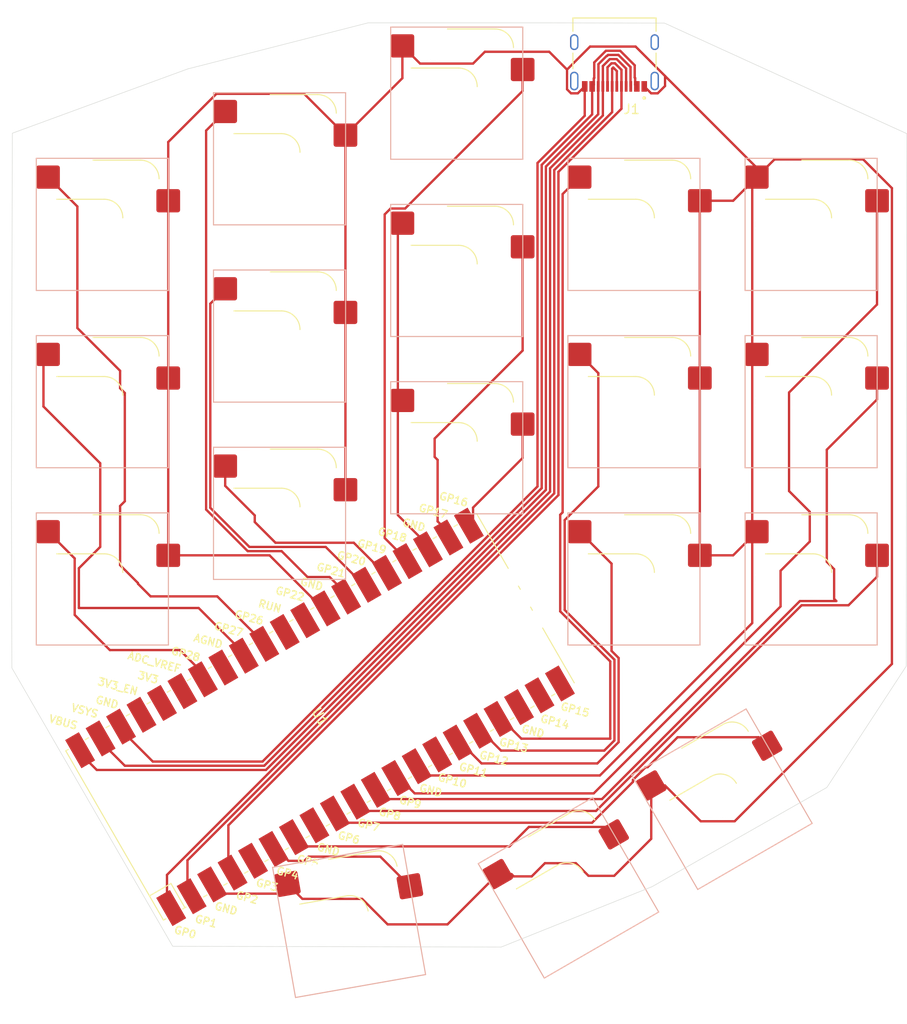
<source format=kicad_pcb>
(kicad_pcb (version 20221018) (generator pcbnew)
  (layers (0 "F.Cu" signal) (31 "B.Cu" signal) (34 "B.Paste" user) (35 "F.Paste" user) (36 "B.SilkS" user "B.Silkscreen") (37 "F.SilkS" user "F.Silkscreen") (38 "B.Mask" user) (39 "F.Mask" user) (44 "Edge.Cuts" user))
  (net 0 "")
  (net 1 "9")
  (net 2 "10")
  (net 3 "11")
  (net 4 "13")
  (net 5 "16")
  (net 6 "17")
  (net 7 "18")
  (net 8 "19")
  (net 9 "20")
  (net 10 "27")
  (net 11 "28")
  (net 12 "21")
  (net 13 "22")
  (net 14 "26")
  (net 15 "GND")
  (net 16 "3v3")
  (net 22 "0")
  (net 23 "1")
  (net 24 "3")
  (net 25 "4")
  (net 26 "6")
  (net 27 "7")
  (net 28 "8")
  (net 29 "5")
  (net 30 "2")
  (net 32 "15")
  (net 33 "14")
  (net 34 "12")
  (net 35 "VSYS")
  (net 36 "Net-(J1-SHIELD-PadS1)")
  (footprint "MCU_RaspberryPi_and_Boards:RPi_Pico_SMD_TH_NO_HOLES" (layer "F.Cu") (at 135.008053 108.534888 120)
    (fp_text reference "U1")
    (fp_text value "Pico")
  )
  (footprint "TypeC:HRO_TYPE-C-31-M-12" (layer "F.Cu") (at 166.665 36.04 180)
    (fp_text reference "J1")
    (fp_text value "TYPE-C-31-M-12")
  )
  (footprint "ScottoKeebs_Hotswap:Hotswap_MX_1.00u" (layer "B.Cu") (at 111.605 55.617944 180)
    (fp_text reference "SW3" hide)
    (fp_text value "CherryMX" hide)
  )
  (footprint "ScottoKeebs_Hotswap:Hotswap_MX_1.00u" (layer "B.Cu") (at 111.605 74.667944 180)
    (fp_text reference "SW4" hide)
    (fp_text value "CherryMX" hide)
  )
  (footprint "ScottoKeebs_Hotswap:Hotswap_MX_1.00u" (layer "B.Cu") (at 111.605 93.717944 180)
    (fp_text reference "SW5" hide)
    (fp_text value "CherryMX" hide)
  )
  (footprint "ScottoKeebs_Hotswap:Hotswap_MX_1.00u" (layer "B.Cu") (at 130.655 48.567944 180)
    (fp_text reference "SW6" hide)
    (fp_text value "CherryMX" hide)
  )
  (footprint "ScottoKeebs_Hotswap:Hotswap_MX_1.00u" (layer "B.Cu") (at 130.655 67.617944 180)
    (fp_text reference "SW7" hide)
    (fp_text value "CherryMX" hide)
  )
  (footprint "ScottoKeebs_Hotswap:Hotswap_MX_1.00u" (layer "B.Cu") (at 130.655 86.667944 180)
    (fp_text reference "SW8" hide)
    (fp_text value "CherryMX" hide)
  )
  (footprint "ScottoKeebs_Hotswap:Hotswap_MX_1.00u" (layer "B.Cu") (at 149.705 41.517944 180)
    (fp_text reference "SW9" hide)
    (fp_text value "CherryMX" hide)
  )
  (footprint "ScottoKeebs_Hotswap:Hotswap_MX_1.00u" (layer "B.Cu") (at 149.705 60.567944 180)
    (fp_text reference "SW10" hide)
    (fp_text value "CherryMX" hide)
  )
  (footprint "ScottoKeebs_Hotswap:Hotswap_MX_1.00u" (layer "B.Cu") (at 149.705 79.617944 180)
    (fp_text reference "SW11" hide)
    (fp_text value "CherryMX" hide)
  )
  (footprint "ScottoKeebs_Hotswap:Hotswap_MX_1.00u" (layer "B.Cu") (at 168.755 55.617944 180)
    (fp_text reference "SW13" hide)
    (fp_text value "CherryMX" hide)
  )
  (footprint "ScottoKeebs_Hotswap:Hotswap_MX_1.00u" (layer "B.Cu") (at 168.755 74.667944 180)
    (fp_text reference "SW14" hide)
    (fp_text value "CherryMX" hide)
  )
  (footprint "ScottoKeebs_Hotswap:Hotswap_MX_1.00u" (layer "B.Cu") (at 168.755 93.717944 180)
    (fp_text reference "SW15" hide)
    (fp_text value "CherryMX" hide)
  )
  (footprint "ScottoKeebs_Hotswap:Hotswap_MX_1.00u" (layer "B.Cu") (at 161.717643 126.907511 -150)
    (fp_text reference "SW16" hide)
    (fp_text value "CherryMX" hide)
  )
  (footprint "ScottoKeebs_Hotswap:Hotswap_MX_1.00u" (layer "B.Cu") (at 187.805 55.617944 180)
    (fp_text reference "SW17" hide)
    (fp_text value "CherryMX" hide)
  )
  (footprint "ScottoKeebs_Hotswap:Hotswap_MX_1.00u" (layer "B.Cu") (at 187.805 74.667944 180)
    (fp_text reference "SW18" hide)
    (fp_text value "CherryMX" hide)
  )
  (footprint "ScottoKeebs_Hotswap:Hotswap_MX_1.00u" (layer "B.Cu") (at 187.805 93.717944 180)
    (fp_text reference "SW19" hide)
    (fp_text value "CherryMX" hide)
  )
  (footprint "ScottoKeebs_Hotswap:Hotswap_MX_1.00u" (layer "B.Cu") (at 178.215427 117.382511 -150)
    (fp_text reference "SW20" hide)
    (fp_text value "CherryMX" hide)
  )
  (footprint "ScottoKeebs_Hotswap:Hotswap_MX_1.00u" (layer "B.Cu") (at 138.132823 130.467867 -170)
    (fp_text reference "SW1" hide)
    (fp_text value "CherryMX" hide)
  )
  (gr_poly (pts (xy 101.93 45.82) (xy 120.93 38.86) (xy 121 38.86) (xy 140.17 33.962944) (xy 159.17 33.962944) (xy 172.04 33.99) (xy 198.1 45.872944) (xy 198.03 103.092944) (xy 189.5 116.12) (xy 170.71 126.78) (xy 154.49 133.27) (xy 119.17 133.19) (xy 101.88 103.28) (xy 101.83 84.36)) (stroke (width 0.05)) (fill none) (layer "Edge.Cuts"))
  (segment (start 145.183756 116.76) (end 142.75261 114.328854) (width 0.25) (layer "F.Cu") (net 1))
  (segment (start 164.43 116.76) (end 145.183756 116.76) (width 0.25) (layer "F.Cu") (net 1))
  (segment (start 185.43 73.684187) (end 185.43 84.27) (width 0.25) (layer "F.Cu") (net 1))
  (segment (start 194.89 53.077944) (end 194.89 64.224187) (width 0.25) (layer "F.Cu") (net 1))
  (segment (start 187.66 89.7) (end 184.52 92.84) (width 0.25) (layer "F.Cu") (net 1))
  (segment (start 194.89 64.224187) (end 185.43 73.684187) (width 0.25) (layer "F.Cu") (net 1))
  (segment (start 184.52 96.67) (end 164.43 116.76) (width 0.25) (layer "F.Cu") (net 1))
  (segment (start 185.43 84.27) (end 187.66 86.5) (width 0.25) (layer "F.Cu") (net 1))
  (segment (start 184.52 92.84) (end 184.52 96.67) (width 0.25) (layer "F.Cu") (net 1))
  (segment (start 187.66 86.5) (end 187.66 89.7) (width 0.25) (layer "F.Cu") (net 1))
  (segment (start 167.11 111.252792) (end 164.822792 113.54) (width 0.25) (layer "F.Cu") (net 3))
  (segment (start 164.822792 113.54) (end 152.372869 113.54) (width 0.25) (layer "F.Cu") (net 3))
  (segment (start 152.372869 113.54) (end 149.351723 110.518854) (width 0.25) (layer "F.Cu") (net 3))
  (segment (start 167.11 102.207208) (end 167.11 111.252792) (width 0.25) (layer "F.Cu") (net 3))
  (segment (start 166.35 101.447208) (end 167.11 102.207208) (width 0.25) (layer "F.Cu") (net 3))
  (segment (start 162.913 88.637944) (end 166.35 92.074944) (width 0.25) (layer "F.Cu") (net 3))
  (segment (start 166.35 92.074944) (end 166.35 101.447208) (width 0.25) (layer "F.Cu") (net 3))
  (segment (start 161.09 86.56) (end 160.83 86.82) (width 0.25) (layer "F.Cu") (net 4))
  (segment (start 160.83 86.82) (end 160.83 97.2) (width 0.25) (layer "F.Cu") (net 4))
  (segment (start 156.652278 110.88) (end 153.751132 107.978854) (width 0.25) (layer "F.Cu") (net 4))
  (segment (start 160.83 97.2) (end 166.21 102.58) (width 0.25) (layer "F.Cu") (net 4))
  (segment (start 162.913 50.537944) (end 161.09 52.360944) (width 0.25) (layer "F.Cu") (net 4))
  (segment (start 161.09 52.360944) (end 161.09 86.56) (width 0.25) (layer "F.Cu") (net 4))
  (segment (start 166.21 110.88) (end 156.652278 110.88) (width 0.25) (layer "F.Cu") (net 4))
  (segment (start 166.21 102.58) (end 166.21 110.88) (width 0.25) (layer "F.Cu") (net 4))
  (segment (start 156.79 80.72) (end 151.460246 86.049754) (width 0.25) (layer "F.Cu") (net 5))
  (segment (start 151.460246 86.049754) (end 151.460246 88.770922) (width 0.25) (layer "F.Cu") (net 5))
  (segment (start 156.79 77.077944) (end 156.79 80.72) (width 0.25) (layer "F.Cu") (net 5))
  (segment (start 147.65 87.53) (end 149.260541 89.140541) (width 0.25) (layer "F.Cu") (net 6))
  (segment (start 156.79 69.174187) (end 147.33 78.634187) (width 0.25) (layer "F.Cu") (net 6))
  (segment (start 147.33 78.634187) (end 147.33 80.601701) (width 0.25) (layer "F.Cu") (net 6))
  (segment (start 147.33 80.601701) (end 147.65 80.921701) (width 0.25) (layer "F.Cu") (net 6))
  (segment (start 156.79 58.027944) (end 156.79 69.174187) (width 0.25) (layer "F.Cu") (net 6))
  (segment (start 149.260541 89.140541) (end 149.260541 90.040922) (width 0.25) (layer "F.Cu") (net 6))
  (segment (start 147.65 80.921701) (end 147.65 87.53) (width 0.25) (layer "F.Cu") (net 6))
  (segment (start 141.96 54.545844) (end 141.96 89.32) (width 0.25) (layer "F.Cu") (net 7))
  (segment (start 142.5929 53.912944) (end 141.96 54.545844) (width 0.25) (layer "F.Cu") (net 7))
  (segment (start 156.79 38.977944) (end 156.79 41.280711) (width 0.25) (layer "F.Cu") (net 7))
  (segment (start 144.861132 92.221132) (end 144.861132 92.580922) (width 0.25) (layer "F.Cu") (net 7))
  (segment (start 144.157767 53.912944) (end 142.5929 53.912944) (width 0.25) (layer "F.Cu") (net 7))
  (segment (start 156.79 41.280711) (end 144.157767 53.912944) (width 0.25) (layer "F.Cu") (net 7))
  (segment (start 141.96 89.32) (end 144.861132 92.221132) (width 0.25) (layer "F.Cu") (net 7))
  (segment (start 130.220736 89.827944) (end 138.63845 89.827944) (width 0.25) (layer "F.Cu") (net 8))
  (segment (start 124.813 83.713) (end 127.99 86.89) (width 0.25) (layer "F.Cu") (net 8))
  (segment (start 127.99 86.89) (end 127.99 87.597208) (width 0.25) (layer "F.Cu") (net 8))
  (segment (start 127.99 87.597208) (end 130.220736 89.827944) (width 0.25) (layer "F.Cu") (net 8))
  (segment (start 138.63845 89.827944) (end 142.661428 93.850922) (width 0.25) (layer "F.Cu") (net 8))
  (segment (start 124.813 81.587944) (end 124.813 83.713) (width 0.25) (layer "F.Cu") (net 8))
  (segment (start 124.813 62.537944) (end 123.213 64.137944) (width 0.25) (layer "F.Cu") (net 9))
  (segment (start 135.618745 90.277944) (end 140.461723 95.120922) (width 0.25) (layer "F.Cu") (net 9))
  (segment (start 123.213 64.137944) (end 123.213 86.073711) (width 0.25) (layer "F.Cu") (net 9))
  (segment (start 127.417233 90.277944) (end 135.618745 90.277944) (width 0.25) (layer "F.Cu") (net 9))
  (segment (start 123.213 86.073711) (end 127.417233 90.277944) (width 0.25) (layer "F.Cu") (net 9))
  (segment (start 127.263496 102.143496) (end 121.96 96.84) (width 0.25) (layer "F.Cu") (net 10))
  (segment (start 109.082944 96.84) (end 109.082944 92.567056) (width 0.25) (layer "F.Cu") (net 10))
  (segment (start 111.38 81.290711) (end 105.275 75.185711) (width 0.25) (layer "F.Cu") (net 10))
  (segment (start 109.082944 92.567056) (end 111.38 90.27) (width 0.25) (layer "F.Cu") (net 10))
  (segment (start 121.96 96.84) (end 109.082944 96.84) (width 0.25) (layer "F.Cu") (net 10))
  (segment (start 111.38 90.27) (end 111.38 81.290711) (width 0.25) (layer "F.Cu") (net 10))
  (segment (start 105.275 70.075944) (end 105.763 69.587944) (width 0.25) (layer "F.Cu") (net 10))
  (segment (start 105.275 75.185711) (end 105.275 70.075944) (width 0.25) (layer "F.Cu") (net 10))
  (segment (start 127.263496 102.740922) (end 127.263496 102.143496) (width 0.25) (layer "F.Cu") (net 10))
  (segment (start 105.763 88.643) (end 108.632944 91.512944) (width 0.25) (layer "F.Cu") (net 11))
  (segment (start 105.763 88.637944) (end 105.763 88.643) (width 0.25) (layer "F.Cu") (net 11))
  (segment (start 122.864087 104.284087) (end 122.864087 105.280922) (width 0.25) (layer "F.Cu") (net 11))
  (segment (start 108.632944 91.512944) (end 108.632944 97.57934) (width 0.25) (layer "F.Cu") (net 11))
  (segment (start 108.632944 97.57934) (end 112.413604 101.36) (width 0.25) (layer "F.Cu") (net 11))
  (segment (start 112.413604 101.36) (end 119.94 101.36) (width 0.25) (layer "F.Cu") (net 11))
  (segment (start 119.94 101.36) (end 122.864087 104.284087) (width 0.25) (layer "F.Cu") (net 11))
  (segment (start 122.763 45.537944) (end 122.763 86.260107) (width 0.25) (layer "F.Cu") (net 12))
  (segment (start 136.04 93.51) (end 138.262019 95.732019) (width 0.25) (layer "F.Cu") (net 12))
  (segment (start 127.230837 90.727944) (end 130.877944 90.727944) (width 0.25) (layer "F.Cu") (net 12))
  (segment (start 133.66 93.51) (end 136.04 93.51) (width 0.25) (layer "F.Cu") (net 12))
  (segment (start 124.813 43.487944) (end 122.763 45.537944) (width 0.25) (layer "F.Cu") (net 12))
  (segment (start 122.763 86.260107) (end 127.230837 90.727944) (width 0.25) (layer "F.Cu") (net 12))
  (segment (start 130.877944 90.727944) (end 133.66 93.51) (width 0.25) (layer "F.Cu") (net 12))
  (segment (start 138.262019 95.732019) (end 138.262019 96.390922) (width 0.25) (layer "F.Cu") (net 12))
  (segment (start 105.763 50.537944) (end 108.92 53.694944) (width 0.25) (layer "F.Cu") (net 14))
  (segment (start 129.463201 101.093201) (end 129.463201 101.470922) (width 0.25) (layer "F.Cu") (net 14))
  (segment (start 123.96 95.59) (end 129.463201 101.093201) (width 0.25) (layer "F.Cu") (net 14))
  (segment (start 114.02 85.37) (end 113.515 85.875) (width 0.25) (layer "F.Cu") (net 14))
  (segment (start 108.92 66.755938) (end 113.515 71.350938) (width 0.25) (layer "F.Cu") (net 14))
  (segment (start 116.789289 95.59) (end 123.96 95.59) (width 0.25) (layer "F.Cu") (net 14))
  (segment (start 113.515 71.350938) (end 113.515 73.225) (width 0.25) (layer "F.Cu") (net 14))
  (segment (start 108.92 53.694944) (end 108.92 66.755938) (width 0.25) (layer "F.Cu") (net 14))
  (segment (start 113.515 92.235) (end 115.435 94.155) (width 0.25) (layer "F.Cu") (net 14))
  (segment (start 114.02 73.73) (end 114.02 85.37) (width 0.25) (layer "F.Cu") (net 14))
  (segment (start 115.435 94.155) (end 115.435 94.235711) (width 0.25) (layer "F.Cu") (net 14))
  (segment (start 115.435 94.235711) (end 116.789289 95.59) (width 0.25) (layer "F.Cu") (net 14))
  (segment (start 113.515 85.875) (end 113.515 92.235) (width 0.25) (layer "F.Cu") (net 14))
  (segment (start 113.515 73.225) (end 114.02 73.73) (width 0.25) (layer "F.Cu") (net 14))
  (segment (start 143.863 39.904944) (end 137.74 46.027944) (width 0.25) (layer "F.Cu") (net 15))
  (segment (start 131.497443 126.479496) (end 133.110814 128.092867) (width 0.25) (layer "F.Cu") (net 15))
  (segment (start 181.963 49.536984) (end 172.1 39.673984) (width 0.25) (layer "F.Cu") (net 15))
  (segment (start 170.61 41.535) (end 171.311016 41.535) (width 0.25) (layer "F.Cu") (net 15))
  (segment (start 139.532867 128.092867) (end 142.275734 130.835734) (width 0.25) (layer "F.Cu") (net 15))
  (segment (start 169.865 40.79) (end 170.61 41.535) (width 0.25) (layer "F.Cu") (net 15))
  (segment (start 166.634819 125.617511) (end 170.616107 121.636223) (width 0.25) (layer "F.Cu") (net 15))
  (segment (start 146.727281 114.833821) (end 165.096179 114.833821) (width 0.25) (layer "F.Cu") (net 15))
  (segment (start 154.118323 125.429102) (end 155.590566 125.429102) (width 0.25) (layer "F.Cu") (net 15))
  (segment (start 193.407944 48.637944) (end 183.863 48.637944) (width 0.25) (layer "F.Cu") (net 15))
  (segment (start 161.565 38.985) (end 161.565 41.105) (width 0.25) (layer "F.Cu") (net 15))
  (segment (start 181.475 70.075944) (end 181.475 88.149944) (width 0.25) (layer "F.Cu") (net 15))
  (segment (start 118.69 46.765844) (end 118.69 53.077944) (width 0.25) (layer "F.Cu") (net 15))
  (segment (start 181.475 89.125944) (end 181.963 88.637944) (width 0.25) (layer "F.Cu") (net 15))
  (segment (start 143.375 75.025944) (end 143.375 86.855) (width 0.25) (layer "F.Cu") (net 15))
  (segment (start 159.65 37.07) (end 161.565 38.985) (width 0.25) (layer "F.Cu") (net 15))
  (segment (start 162.72 41.535) (end 163.465 40.79) (width 0.25) (layer "F.Cu") (net 15))
  (segment (start 179.423 53.077944) (end 181.963 50.537944) (width 0.25) (layer "F.Cu") (net 15))
  (segment (start 165.096179 114.833821) (end 181.475 98.455) (width 0.25) (layer "F.Cu") (net 15))
  (segment (start 163.465 43.945) (end 163.465 40.79) (width 0.25) (layer "F.Cu") (net 15))
  (segment (start 164.04 36.51) (end 161.565 38.985) (width 0.25) (layer "F.Cu") (net 15))
  (segment (start 128.823031 113.34) (end 158.39 83.773031) (width 0.25) (layer "F.Cu") (net 15))
  (segment (start 158.39 83.773031) (end 158.39 49.02) (width 0.25) (layer "F.Cu") (net 15))
  (segment (start 172.1 40.746016) (end 172.1 39.673984) (width 0.25) (layer "F.Cu") (net 15))
  (segment (start 142.275734 130.835734) (end 148.711691 130.835734) (width 0.25) (layer "F.Cu") (net 15))
  (segment (start 144.952314 113.058854) (end 146.727281 114.833821) (width 0.25) (layer "F.Cu") (net 15))
  (segment (start 163.874899 125.617511) (end 166.634819 125.617511) (width 0.25) (layer "F.Cu") (net 15))
  (segment (start 168.936016 36.51) (end 164.04 36.51) (width 0.25) (layer "F.Cu") (net 15))
  (segment (start 179.423 91.177944) (end 181.963 88.637944) (width 0.25) (layer "F.Cu") (net 15))
  (segment (start 181.475 69.099944) (end 181.963 69.587944) (width 0.25) (layer "F.Cu") (net 15))
  (segment (start 118.69 72.127944) (end 118.69 91.177944) (width 0.25) (layer "F.Cu") (net 15))
  (segment (start 171.311016 41.535) (end 172.1 40.746016) (width 0.25) (layer "F.Cu") (net 15))
  (segment (start 117.03 113.34) (end 128.823031 113.34) (width 0.25) (layer "F.Cu") (net 15))
  (segment (start 114.065269 110.360922) (end 114.065269 110.375269) (width 0.25) (layer "F.Cu") (net 15))
  (segment (start 133.110814 128.092867) (end 139.532867 128.092867) (width 0.25) (layer "F.Cu") (net 15))
  (segment (start 131.497443 126.479496) (end 130.443118 127.533821) (width 0.25) (layer "F.Cu") (net 15))
  (segment (start 147.060837 90.540837) (end 147.060837 91.310922) (width 0.25) (layer "F.Cu") (net 15))
  (segment (start 133.3 41.587944) (end 123.8679 41.587944) (width 0.25) (layer "F.Cu") (net 15))
  (segment (start 196.49 102.85) (end 196.49 51.72) (width 0.25) (layer "F.Cu") (net 15))
  (segment (start 181.963 50.537944) (end 181.963 49.536984) (width 0.25) (layer "F.Cu") (net 15))
  (segment (start 172.08835 115.904102) (end 175.941759 119.757511) (width 0.25) (layer "F.Cu") (net 15))
  (segment (start 175.84 53.077944) (end 179.423 53.077944) (width 0.25) (layer "F.Cu") (net 15))
  (segment (start 137.74 65.077944) (end 137.74 46.027944) (width 0.25) (layer "F.Cu") (net 15))
  (segment (start 118.69 53.077944) (end 118.69 72.127944) (width 0.25) (layer "F.Cu") (net 15))
  (segment (start 137.74 46.027944) (end 133.3 41.587944) (width 0.25) (layer "F.Cu") (net 15))
  (segment (start 159.183046 124.26) (end 162.517388 124.26) (width 0.25) (layer "F.Cu") (net 15))
  (segment (start 143.863 36.437944) (end 145.763 38.337944) (width 0.25) (layer "F.Cu") (net 15))
  (segment (start 161.995 41.535) (end 162.72 41.535) (width 0.25) (layer "F.Cu") (net 15))
  (segment (start 162.517388 124.26) (end 163.874899 125.617511) (width 0.25) (layer "F.Cu") (net 15))
  (segment (start 170.616107 115.904102) (end 172.08835 115.904102) (width 0.25) (layer "F.Cu") (net 15))
  (segment (start 175.84 72.127944) (end 175.84 53.077944) (width 0.25) (layer "F.Cu") (net 15))
  (segment (start 172.1 39.673984) (end 168.936016 36.51) (width 0.25) (layer "F.Cu") (net 15))
  (segment (start 157.764944 125.678102) (end 159.183046 124.26) (width 0.25) (layer "F.Cu") (net 15))
  (segment (start 170.616107 121.636223) (end 170.616107 115.904102) (width 0.25) (layer "F.Cu") (net 15))
  (segment (start 181.475 88.149944) (end 181.963 88.637944) (width 0.25) (layer "F.Cu") (net 15))
  (segment (start 118.69 91.177944) (end 129.579336 91.177944) (width 0.25) (layer "F.Cu") (net 15))
  (segment (start 181.963 50.537944) (end 181.475 51.025944) (width 0.25) (layer "F.Cu") (net 15))
  (segment (start 181.475 51.025944) (end 181.475 69.099944) (width 0.25) (layer "F.Cu") (net 15))
  (segment (start 155.839566 125.678102) (end 157.764944 125.678102) (width 0.25) (layer "F.Cu") (net 15))
  (segment (start 143.863 36.437944) (end 143.863 39.904944) (width 0.25) (layer "F.Cu") (net 15))
  (segment (start 175.84 91.177944) (end 175.84 72.127944) (width 0.25) (layer "F.Cu") (net 15))
  (segment (start 129.579336 91.177944) (end 136.062314 97.660922) (width 0.25) (layer "F.Cu") (net 15))
  (segment (start 130.443118 127.533821) (end 124.730236 127.533821) (width 0.25) (layer "F.Cu") (net 15))
  (segment (start 143.375 74.049944) (end 143.863 74.537944) (width 0.25) (layer "F.Cu") (net 15))
  (segment (start 179.582489 119.757511) (end 196.49 102.85) (width 0.25) (layer "F.Cu") (net 15))
  (segment (start 183.863 48.637944) (end 181.963 50.537944) (width 0.25) (layer "F.Cu") (net 15))
  (segment (start 143.375 86.855) (end 147.060837 90.540837) (width 0.25) (layer "F.Cu") (net 15))
  (segment (start 155.590566 125.429102) (end 155.839566 125.678102) (width 0.25) (layer "F.Cu") (net 15))
  (segment (start 161.565 41.105) (end 161.995 41.535) (width 0.25) (layer "F.Cu") (net 15))
  (segment (start 145.763 38.337944) (end 151.462056 38.337944) (width 0.25) (layer "F.Cu") (net 15))
  (segment (start 137.74 84.127944) (end 137.74 65.077944) (width 0.25) (layer "F.Cu") (net 15))
  (segment (start 181.963 69.587944) (end 181.475 70.075944) (width 0.25) (layer "F.Cu") (net 15))
  (segment (start 158.39 49.02) (end 163.465 43.945) (width 0.25) (layer "F.Cu") (net 15))
  (segment (start 114.065269 110.375269) (end 117.03 113.34) (width 0.25) (layer "F.Cu") (net 15))
  (segment (start 143.863 74.537944) (end 143.375 75.025944) (width 0.25) (layer "F.Cu") (net 15))
  (segment (start 151.462056 38.337944) (end 152.73 37.07) (width 0.25) (layer "F.Cu") (net 15))
  (segment (start 152.73 37.07) (end 159.65 37.07) (width 0.25) (layer "F.Cu") (net 15))
  (segment (start 181.475 98.455) (end 181.475 89.125944) (width 0.25) (layer "F.Cu") (net 15))
  (segment (start 124.730236 127.533821) (end 122.955269 125.758854) (width 0.25) (layer "F.Cu") (net 15))
  (segment (start 196.49 51.72) (end 193.407944 48.637944) (width 0.25) (layer "F.Cu") (net 15))
  (segment (start 123.8679 41.587944) (end 118.69 46.765844) (width 0.25) (layer "F.Cu") (net 15))
  (segment (start 148.711691 130.835734) (end 154.118323 125.429102) (width 0.25) (layer "F.Cu") (net 15))
  (segment (start 175.941759 119.757511) (end 179.582489 119.757511) (width 0.25) (layer "F.Cu") (net 15))
  (segment (start 143.863 55.487944) (end 143.375 55.975944) (width 0.25) (layer "F.Cu") (net 15))
  (segment (start 143.375 55.975944) (end 143.375 74.049944) (width 0.25) (layer "F.Cu") (net 15))
  (segment (start 175.84 91.177944) (end 179.423 91.177944) (width 0.25) (layer "F.Cu") (net 15))
  (segment (start 129.195823 114.24) (end 159.29 84.145823) (width 0.25) (layer "F.Cu") (net 16))
  (segment (start 111.004938 114.24) (end 129.195823 114.24) (width 0.25) (layer "F.Cu") (net 16))
  (segment (start 159.29 84.145823) (end 159.29 49.406656) (width 0.25) (layer "F.Cu") (net 16))
  (segment (start 109.66586 112.900922) (end 111.004938 114.24) (width 0.25) (layer "F.Cu") (net 16))
  (segment (start 164.94 38.400812) (end 165.820812 37.52) (width 0.25) (layer "F.Cu") (net 16))
  (segment (start 165.970812 37.41) (end 167.089188 37.41) (width 0.25) (layer "F.Cu") (net 16))
  (segment (start 164.915 40.79) (end 164.94 40.765) (width 0.25) (layer "F.Cu") (net 16))
  (segment (start 167.089188 37.41) (end 168.39 38.710812) (width 0.25) (layer "F.Cu") (net 16))
  (segment (start 164.94 40.765) (end 164.94 38.400812) (width 0.25) (layer "F.Cu") (net 16))
  (segment (start 159.29 49.406656) (end 164.915 43.781656) (width 0.25) (layer "F.Cu") (net 16))
  (segment (start 168.39 40.765) (end 168.415 40.79) (width 0.25) (layer "F.Cu") (net 16))
  (segment (start 168.39 38.710812) (end 168.39 40.765) (width 0.25) (layer "F.Cu") (net 16))
  (segment (start 165.820812 37.52) (end 165.860812 37.52) (width 0.25) (layer "F.Cu") (net 16))
  (segment (start 165.860812 37.52) (end 165.970812 37.41) (width 0.25) (layer "F.Cu") (net 16))
  (segment (start 164.915 43.781656) (end 164.915 40.79) (width 0.25) (layer "F.Cu") (net 16))
  (segment (start 165.415 40.79) (end 165.415 38.602208) (width 0.25) (layer "F.Cu") (net 22))
  (segment (start 159.74 84.332219) (end 159.74 49.593052) (width 0.25) (layer "F.Cu") (net 22))
  (segment (start 118.55586 128.298854) (end 118.55586 125.516359) (width 0.25) (layer "F.Cu") (net 22))
  (segment (start 166.902792 37.86) (end 167.915 38.872208) (width 0.25) (layer "F.Cu") (net 22))
  (segment (start 167.915 38.872208) (end 167.915 40.79) (width 0.25) (layer "F.Cu") (net 22))
  (segment (start 165.415 43.918052) (end 165.415 40.79) (width 0.25) (layer "F.Cu") (net 22))
  (segment (start 166.157208 37.86) (end 166.902792 37.86) (width 0.25) (layer "F.Cu") (net 22))
  (segment (start 165.415 38.602208) (end 166.157208 37.86) (width 0.25) (layer "F.Cu") (net 22))
  (segment (start 159.74 49.593052) (end 165.415 43.918052) (width 0.25) (layer "F.Cu") (net 22))
  (segment (start 118.55586 125.516359) (end 159.74 84.332219) (width 0.25) (layer "F.Cu") (net 22))
  (segment (start 166.415 43.554448) (end 166.415 40.79) (width 0.25) (layer "F.Cu") (net 23))
  (segment (start 160.19 84.518615) (end 160.19 49.779448) (width 0.25) (layer "F.Cu") (net 23))
  (segment (start 166.53 38.76) (end 166.915 39.145) (width 0.25) (layer "F.Cu") (net 23))
  (segment (start 166.915 39.145) (end 166.915 40.79) (width 0.25) (layer "F.Cu") (net 23))
  (segment (start 166.415 40.79) (end 166.415 38.875) (width 0.25) (layer "F.Cu") (net 23))
  (segment (start 120.755565 127.028854) (end 120.755565 123.95305) (width 0.25) (layer "F.Cu") (net 23))
  (segment (start 120.755565 123.95305) (end 160.19 84.518615) (width 0.25) (layer "F.Cu") (net 23))
  (segment (start 160.19 49.779448) (end 166.415 43.554448) (width 0.25) (layer "F.Cu") (net 23))
  (segment (start 166.415 38.875) (end 166.53 38.76) (width 0.25) (layer "F.Cu") (net 23))
  (segment (start 131.611639 124.00611) (end 129.554383 121.948854) (width 0.25) (layer "F.Cu") (net 25))
  (segment (start 133.775877 123.55611) (end 133.325877 124.00611) (width 0.25) (layer "F.Cu") (net 25))
  (segment (start 144.66912 126.736158) (end 141.489072 123.55611) (width 0.25) (layer "F.Cu") (net 25))
  (segment (start 133.325877 124.00611) (end 131.611639 124.00611) (width 0.25) (layer "F.Cu") (net 25))
  (segment (start 141.489072 123.55611) (end 133.775877 123.55611) (width 0.25) (layer "F.Cu") (net 25))
  (segment (start 137.928463 119.913821) (end 136.153496 118.138854) (width 0.25) (layer "F.Cu") (net 26))
  (segment (start 183.081217 111.640306) (end 182.166153 110.725242) (width 0.25) (layer "F.Cu") (net 26))
  (segment (start 170.224933 113.947859) (end 170.014132 113.947859) (width 0.25) (layer "F.Cu") (net 26))
  (segment (start 168.650714 115.522078) (end 164.258971 119.913821) (width 0.25) (layer "F.Cu") (net 26))
  (segment (start 182.166153 110.725242) (end 173.44755 110.725242) (width 0.25) (layer "F.Cu") (net 26))
  (segment (start 164.258971 119.913821) (end 137.928463 119.913821) (width 0.25) (layer "F.Cu") (net 26))
  (segment (start 168.650714 115.311277) (end 168.650714 115.522078) (width 0.25) (layer "F.Cu") (net 26))
  (segment (start 170.014132 113.947859) (end 168.650714 115.311277) (width 0.25) (layer "F.Cu") (net 26))
  (segment (start 173.44755 110.725242) (end 170.224933 113.947859) (width 0.25) (layer "F.Cu") (net 26))
  (segment (start 191.827767 96.542944) (end 194.89 93.480711) (width 0.25) (layer "F.Cu") (net 27))
  (segment (start 138.353201 116.868854) (end 140.128168 118.643821) (width 0.25) (layer "F.Cu") (net 27))
  (segment (start 194.89 93.480711) (end 194.89 91.177944) (width 0.25) (layer "F.Cu") (net 27))
  (segment (start 140.128168 118.643821) (end 164.681774 118.643821) (width 0.25) (layer "F.Cu") (net 27))
  (segment (start 186.782651 96.542944) (end 191.827767 96.542944) (width 0.25) (layer "F.Cu") (net 27))
  (segment (start 164.681774 118.643821) (end 186.782651 96.542944) (width 0.25) (layer "F.Cu") (net 27))
  (segment (start 190.517056 96.092944) (end 190.28 95.855888) (width 0.25) (layer "F.Cu") (net 28))
  (segment (start 140.552905 115.598854) (end 142.327872 117.373821) (width 0.25) (layer "F.Cu") (net 28))
  (segment (start 142.327872 117.373821) (end 165.315378 117.373821) (width 0.25) (layer "F.Cu") (net 28))
  (segment (start 165.315378 117.373821) (end 186.596255 96.092944) (width 0.25) (layer "F.Cu") (net 28))
  (segment (start 186.596255 96.092944) (end 190.517056 96.092944) (width 0.25) (layer "F.Cu") (net 28))
  (segment (start 190.28 92.67) (end 189.49 91.88) (width 0.25) (layer "F.Cu") (net 28))
  (segment (start 189.49 91.88) (end 189.49 79.830711) (width 0.25) (layer "F.Cu") (net 28))
  (segment (start 190.28 95.855888) (end 190.28 92.67) (width 0.25) (layer "F.Cu") (net 28))
  (segment (start 194.89 74.430711) (end 194.89 72.127944) (width 0.25) (layer "F.Cu") (net 28))
  (segment (start 189.49 79.830711) (end 194.89 74.430711) (width 0.25) (layer "F.Cu") (net 28))
  (segment (start 157.462575 120.363821) (end 165.781948 120.363821) (width 0.25) (layer "F.Cu") (net 29))
  (segment (start 165.781948 120.363821) (end 166.583433 121.165306) (width 0.25) (layer "F.Cu") (net 29))
  (segment (start 133.529054 122.453821) (end 155.372575 122.453821) (width 0.25) (layer "F.Cu") (net 29))
  (segment (start 155.372575 122.453821) (end 157.462575 120.363821) (width 0.25) (layer "F.Cu") (net 29))
  (segment (start 131.754087 120.678854) (end 133.529054 122.453821) (width 0.25) (layer "F.Cu") (net 29))
  (segment (start 160.64 49.965844) (end 167.415 43.190844) (width 0.25) (layer "F.Cu") (net 30))
  (segment (start 167.415 43.190844) (end 167.415 40.79) (width 0.25) (layer "F.Cu") (net 30))
  (segment (start 166.716396 38.31) (end 167.415 39.008604) (width 0.25) (layer "F.Cu") (net 30))
  (segment (start 125.154974 120.190037) (end 160.64 84.705011) (width 0.25) (layer "F.Cu") (net 30))
  (segment (start 165.915 40.79) (end 165.915 38.738604) (width 0.25) (layer "F.Cu") (net 30))
  (segment (start 125.154974 124.488854) (end 125.154974 120.190037) (width 0.25) (layer "F.Cu") (net 30))
  (segment (start 160.64 84.705011) (end 160.64 49.965844) (width 0.25) (layer "F.Cu") (net 30))
  (segment (start 165.915 38.738604) (end 166.343604 38.31) (width 0.25) (layer "F.Cu") (net 30))
  (segment (start 166.343604 38.31) (end 166.716396 38.31) (width 0.25) (layer "F.Cu") (net 30))
  (segment (start 167.415 39.008604) (end 167.415 40.79) (width 0.25) (layer "F.Cu") (net 30))
  (segment (start 161.313 97.046604) (end 166.66 102.393604) (width 0.25) (layer "F.Cu") (net 34))
  (segment (start 164.925 83.780844) (end 161.313 87.392844) (width 0.25) (layer "F.Cu") (net 34))
  (segment (start 164.925 71.599944) (end 164.925 83.780844) (width 0.25) (layer "F.Cu") (net 34))
  (segment (start 154.462574 112.16) (end 151.551428 109.248854) (width 0.25) (layer "F.Cu") (net 34))
  (segment (start 166.66 102.393604) (end 166.66 111.066396) (width 0.25) (layer "F.Cu") (net 34))
  (segment (start 166.66 111.066396) (end 165.566396 112.16) (width 0.25) (layer "F.Cu") (net 34))
  (segment (start 162.913 69.587944) (end 164.925 71.599944) (width 0.25) (layer "F.Cu") (net 34))
  (segment (start 165.566396 112.16) (end 154.462574 112.16) (width 0.25) (layer "F.Cu") (net 34))
  (segment (start 161.313 87.392844) (end 161.313 97.046604) (width 0.25) (layer "F.Cu") (net 34))
  (segment (start 164.265 43.79526) (end 164.265 40.79) (width 0.25) (layer "F.Cu") (net 35))
  (segment (start 158.84 83.959427) (end 158.84 49.22026) (width 0.25) (layer "F.Cu") (net 35))
  (segment (start 114.024643 113.79) (end 129.009427 113.79) (width 0.25) (layer "F.Cu") (net 35))
  (segment (start 165.744416 36.96) (end 167.275584 36.96) (width 0.25) (layer "F.Cu") (net 35))
  (segment (start 164.49 38.214416) (end 165.744416 36.96) (width 0.25) (layer "F.Cu") (net 35))
  (segment (start 164.265 40.79) (end 164.44 40.615) (width 0.25) (layer "F.Cu") (net 35))
  (segment (start 168.84 39.845) (end 168.89 39.895) (width 0.25) (layer "F.Cu") (net 35))
  (segment (start 158.84 49.22026) (end 164.265 43.79526) (width 0.25) (layer "F.Cu") (net 35))
  (segment (start 168.89 39.895) (end 168.89 40.615) (width 0.25) (layer "F.Cu") (net 35))
  (segment (start 164.44 40.615) (end 164.44 39.93) (width 0.25) (layer "F.Cu") (net 35))
  (segment (start 167.275584 36.96) (end 168.84 38.524416) (width 0.25) (layer "F.Cu") (net 35))
  (segment (start 168.84 38.524416) (end 168.84 39.845) (width 0.25) (layer "F.Cu") (net 35))
  (segment (start 111.865565 111.630922) (end 114.024643 113.79) (width 0.25) (layer "F.Cu") (net 35))
  (segment (start 164.49 39.88) (end 164.49 38.214416) (width 0.25) (layer "F.Cu") (net 35))
  (segment (start 168.89 40.615) (end 169.065 40.79) (width 0.25) (layer "F.Cu") (net 35))
  (segment (start 164.44 39.93) (end 164.49 39.88) (width 0.25) (layer "F.Cu") (net 35))
  (segment (start 129.009427 113.79) (end 158.84 83.959427) (width 0.25) (layer "F.Cu") (net 35))
)
</source>
